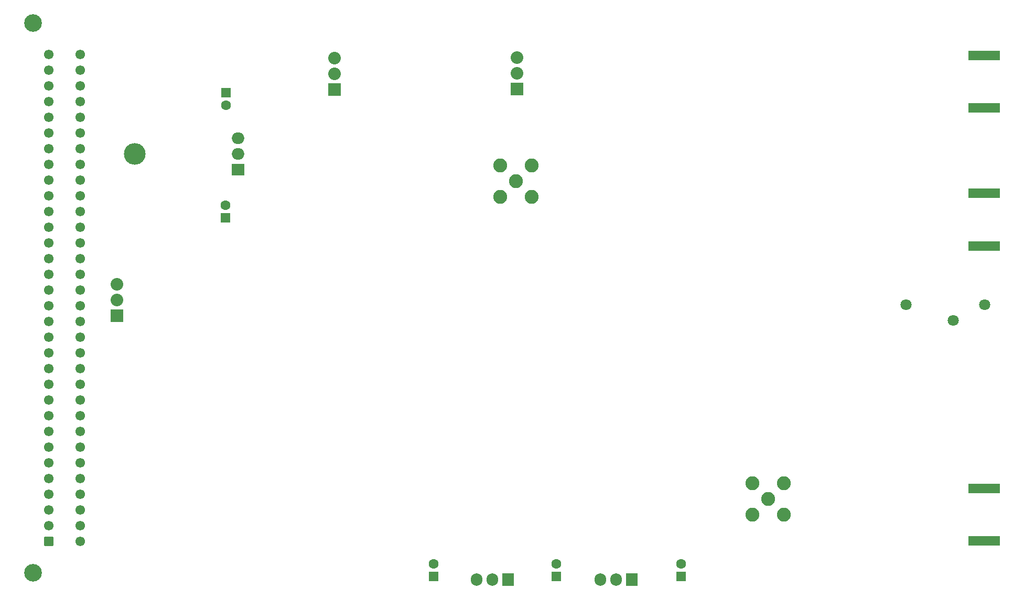
<source format=gbr>
G04 #@! TF.GenerationSoftware,KiCad,Pcbnew,(6.0.7)*
G04 #@! TF.CreationDate,2023-02-24T22:01:12+01:00*
G04 #@! TF.ProjectId,PDH_module,5044485f-6d6f-4647-956c-652e6b696361,1.1.2*
G04 #@! TF.SameCoordinates,Original*
G04 #@! TF.FileFunction,Soldermask,Bot*
G04 #@! TF.FilePolarity,Negative*
%FSLAX46Y46*%
G04 Gerber Fmt 4.6, Leading zero omitted, Abs format (unit mm)*
G04 Created by KiCad (PCBNEW (6.0.7)) date 2023-02-24 22:01:12*
%MOMM*%
%LPD*%
G01*
G04 APERTURE LIST*
G04 Aperture macros list*
%AMRoundRect*
0 Rectangle with rounded corners*
0 $1 Rounding radius*
0 $2 $3 $4 $5 $6 $7 $8 $9 X,Y pos of 4 corners*
0 Add a 4 corners polygon primitive as box body*
4,1,4,$2,$3,$4,$5,$6,$7,$8,$9,$2,$3,0*
0 Add four circle primitives for the rounded corners*
1,1,$1+$1,$2,$3*
1,1,$1+$1,$4,$5*
1,1,$1+$1,$6,$7*
1,1,$1+$1,$8,$9*
0 Add four rect primitives between the rounded corners*
20,1,$1+$1,$2,$3,$4,$5,0*
20,1,$1+$1,$4,$5,$6,$7,0*
20,1,$1+$1,$6,$7,$8,$9,0*
20,1,$1+$1,$8,$9,$2,$3,0*%
G04 Aperture macros list end*
%ADD10C,2.850000*%
%ADD11RoundRect,0.249999X0.525001X-0.525001X0.525001X0.525001X-0.525001X0.525001X-0.525001X-0.525001X0*%
%ADD12C,1.550000*%
%ADD13R,1.600000X1.600000*%
%ADD14C,1.600000*%
%ADD15R,1.905000X2.000000*%
%ADD16O,1.905000X2.000000*%
%ADD17R,5.080000X1.500000*%
%ADD18C,2.250000*%
%ADD19C,1.800000*%
%ADD20R,2.032000X2.032000*%
%ADD21C,2.032000*%
%ADD22O,3.500000X3.500000*%
%ADD23R,2.000000X1.905000*%
%ADD24O,2.000000X1.905000*%
G04 APERTURE END LIST*
D10*
X39360000Y-141780000D03*
X39360000Y-52880000D03*
D11*
X41900000Y-136700000D03*
D12*
X41900000Y-134160000D03*
X41900000Y-131620000D03*
X41900000Y-129080000D03*
X41900000Y-126540000D03*
X41900000Y-124000000D03*
X41900000Y-121460000D03*
X41900000Y-118920000D03*
X41900000Y-116380000D03*
X41900000Y-113840000D03*
X41900000Y-111300000D03*
X41900000Y-108760000D03*
X41900000Y-106220000D03*
X41900000Y-103680000D03*
X41900000Y-101140000D03*
X41900000Y-98600000D03*
X41900000Y-96060000D03*
X41900000Y-93520000D03*
X41900000Y-90980000D03*
X41900000Y-88440000D03*
X41900000Y-85900000D03*
X41900000Y-83360000D03*
X41900000Y-80820000D03*
X41900000Y-78280000D03*
X41900000Y-75740000D03*
X41900000Y-73200000D03*
X41900000Y-70660000D03*
X41900000Y-68120000D03*
X41900000Y-65580000D03*
X41900000Y-63040000D03*
X41900000Y-60500000D03*
X41900000Y-57960000D03*
X46980000Y-136700000D03*
X46980000Y-134160000D03*
X46980000Y-131620000D03*
X46980000Y-129080000D03*
X46980000Y-126540000D03*
X46980000Y-124000000D03*
X46980000Y-121460000D03*
X46980000Y-118920000D03*
X46980000Y-116380000D03*
X46980000Y-113840000D03*
X46980000Y-111300000D03*
X46980000Y-108760000D03*
X46980000Y-106220000D03*
X46980000Y-103680000D03*
X46980000Y-101140000D03*
X46980000Y-98600000D03*
X46980000Y-96060000D03*
X46980000Y-93520000D03*
X46980000Y-90980000D03*
X46980000Y-88440000D03*
X46980000Y-85900000D03*
X46980000Y-83360000D03*
X46980000Y-80820000D03*
X46980000Y-78280000D03*
X46980000Y-75740000D03*
X46980000Y-73200000D03*
X46980000Y-70660000D03*
X46980000Y-68120000D03*
X46980000Y-65580000D03*
X46980000Y-63040000D03*
X46980000Y-60500000D03*
X46980000Y-57960000D03*
D13*
X144000000Y-142400000D03*
D14*
X144000000Y-140400000D03*
D13*
X123800000Y-142400000D03*
D14*
X123800000Y-140400000D03*
D13*
X104000000Y-142400000D03*
D14*
X104000000Y-140400000D03*
D13*
X70400000Y-84400000D03*
D14*
X70400000Y-82400000D03*
D15*
X136000000Y-142900000D03*
D16*
X133460000Y-142900000D03*
X130920000Y-142900000D03*
D15*
X116000000Y-142900000D03*
D16*
X113460000Y-142900000D03*
X110920000Y-142900000D03*
D17*
X192900000Y-80450000D03*
X192900000Y-88950000D03*
D18*
X117300000Y-78500000D03*
X114760000Y-81040000D03*
X114760000Y-75960000D03*
X119840000Y-75960000D03*
X119840000Y-81040000D03*
D19*
X180325000Y-98500000D03*
X187945000Y-101040000D03*
X193025000Y-98500000D03*
D17*
X192900000Y-58150000D03*
X192900000Y-66650000D03*
X192900000Y-136650000D03*
X192900000Y-128150000D03*
D20*
X88000000Y-63640000D03*
D21*
X88000000Y-61100000D03*
X88000000Y-58560000D03*
D20*
X52900000Y-100200000D03*
D21*
X52900000Y-97660000D03*
X52900000Y-95120000D03*
D22*
X55740000Y-74060000D03*
D23*
X72400000Y-76600000D03*
D24*
X72400000Y-74060000D03*
X72400000Y-71520000D03*
D20*
X117500000Y-63540000D03*
D21*
X117500000Y-61000000D03*
X117500000Y-58460000D03*
D18*
X158000000Y-129900000D03*
X160540000Y-127360000D03*
X155460000Y-127360000D03*
X160540000Y-132440000D03*
X155460000Y-132440000D03*
D13*
X70500000Y-64200000D03*
D14*
X70500000Y-66200000D03*
M02*

</source>
